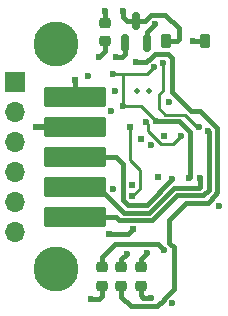
<source format=gbr>
%TF.GenerationSoftware,KiCad,Pcbnew,9.0.5-9.0.5~ubuntu24.04.1*%
%TF.CreationDate,2025-10-22T23:17:40-07:00*%
%TF.ProjectId,mag-encoder,6d61672d-656e-4636-9f64-65722e6b6963,1*%
%TF.SameCoordinates,Original*%
%TF.FileFunction,Copper,L1,Top*%
%TF.FilePolarity,Positive*%
%FSLAX46Y46*%
G04 Gerber Fmt 4.6, Leading zero omitted, Abs format (unit mm)*
G04 Created by KiCad (PCBNEW 9.0.5-9.0.5~ubuntu24.04.1) date 2025-10-22 23:17:40*
%MOMM*%
%LPD*%
G01*
G04 APERTURE LIST*
G04 Aperture macros list*
%AMRoundRect*
0 Rectangle with rounded corners*
0 $1 Rounding radius*
0 $2 $3 $4 $5 $6 $7 $8 $9 X,Y pos of 4 corners*
0 Add a 4 corners polygon primitive as box body*
4,1,4,$2,$3,$4,$5,$6,$7,$8,$9,$2,$3,0*
0 Add four circle primitives for the rounded corners*
1,1,$1+$1,$2,$3*
1,1,$1+$1,$4,$5*
1,1,$1+$1,$6,$7*
1,1,$1+$1,$8,$9*
0 Add four rect primitives between the rounded corners*
20,1,$1+$1,$2,$3,$4,$5,0*
20,1,$1+$1,$4,$5,$6,$7,0*
20,1,$1+$1,$6,$7,$8,$9,0*
20,1,$1+$1,$8,$9,$2,$3,0*%
G04 Aperture macros list end*
%TA.AperFunction,ComponentPad*%
%ADD10C,3.810000*%
%TD*%
%TA.AperFunction,SMDPad,CuDef*%
%ADD11RoundRect,0.218750X-0.256250X0.218750X-0.256250X-0.218750X0.256250X-0.218750X0.256250X0.218750X0*%
%TD*%
%TA.AperFunction,SMDPad,CuDef*%
%ADD12RoundRect,0.218750X0.256250X-0.218750X0.256250X0.218750X-0.256250X0.218750X-0.256250X-0.218750X0*%
%TD*%
%TA.AperFunction,SMDPad,CuDef*%
%ADD13RoundRect,0.150000X0.150000X-0.587500X0.150000X0.587500X-0.150000X0.587500X-0.150000X-0.587500X0*%
%TD*%
%TA.AperFunction,SMDPad,CuDef*%
%ADD14RoundRect,0.121324X2.543676X-0.703676X2.543676X0.703676X-2.543676X0.703676X-2.543676X-0.703676X0*%
%TD*%
%TA.AperFunction,ComponentPad*%
%ADD15R,1.700000X1.700000*%
%TD*%
%TA.AperFunction,ComponentPad*%
%ADD16O,1.700000X1.700000*%
%TD*%
%TA.AperFunction,SMDPad,CuDef*%
%ADD17RoundRect,0.225000X-0.225000X-0.375000X0.225000X-0.375000X0.225000X0.375000X-0.225000X0.375000X0*%
%TD*%
%TA.AperFunction,ViaPad*%
%ADD18C,0.600000*%
%TD*%
%TA.AperFunction,ViaPad*%
%ADD19C,0.609600*%
%TD*%
%TA.AperFunction,ViaPad*%
%ADD20C,0.500000*%
%TD*%
%TA.AperFunction,Conductor*%
%ADD21C,0.381000*%
%TD*%
%TA.AperFunction,Conductor*%
%ADD22C,0.508000*%
%TD*%
%TA.AperFunction,Conductor*%
%ADD23C,0.254000*%
%TD*%
G04 APERTURE END LIST*
D10*
%TO.P,H1,*%
%TO.N,*%
X224840800Y-114046000D03*
%TD*%
D11*
%TO.P,D1,1,K*%
%TO.N,Net-(D1-K)*%
X228981000Y-112242500D03*
%TO.P,D1,2,A*%
%TO.N,+3.3V*%
X228981000Y-113817500D03*
%TD*%
D12*
%TO.P,D2,1,K*%
%TO.N,GND*%
X228727000Y-134518500D03*
%TO.P,D2,2,A*%
%TO.N,Net-(D2-A)*%
X228727000Y-132943500D03*
%TD*%
D13*
%TO.P,U1,1,GND*%
%TO.N,GND*%
X230647200Y-113967500D03*
%TO.P,U1,2,V_{OUT}*%
%TO.N,+3.3V*%
X232547200Y-113967500D03*
%TO.P,U1,3,V_{IN}*%
%TO.N,+5V*%
X231597200Y-112092500D03*
%TD*%
D14*
%TO.P,J2,1,Pin_1*%
%TO.N,GND*%
X226487800Y-118491000D03*
%TO.P,J2,2,Pin_2*%
%TO.N,+5V_IN*%
X226487800Y-121031000D03*
%TO.P,J2,3,Pin_3*%
%TO.N,/A*%
X226487800Y-123571000D03*
%TO.P,J2,4,Pin_4*%
%TO.N,/B*%
X226487800Y-126111000D03*
%TO.P,J2,5,Pin_5*%
%TO.N,/PWM*%
X226487800Y-128651000D03*
%TD*%
D12*
%TO.P,D3,1,K*%
%TO.N,Net-(D3-K)*%
X230378000Y-134518500D03*
%TO.P,D3,2,A*%
%TO.N,Net-(D3-A)*%
X230378000Y-132943500D03*
%TD*%
D15*
%TO.P,J1,1,Pin_1*%
%TO.N,GND*%
X221411800Y-117221000D03*
D16*
%TO.P,J1,2,Pin_2*%
%TO.N,+3.3V*%
X221411800Y-119761000D03*
%TO.P,J1,3,Pin_3*%
%TO.N,/CS*%
X221411800Y-122301000D03*
%TO.P,J1,4,Pin_4*%
%TO.N,/MOSI*%
X221411800Y-124841000D03*
%TO.P,J1,5,Pin_5*%
%TO.N,/MISO*%
X221411800Y-127381000D03*
%TO.P,J1,6,Pin_6*%
%TO.N,/SCLK*%
X221411800Y-129921000D03*
%TD*%
D17*
%TO.P,D5,1,K*%
%TO.N,+5V*%
X234189000Y-113792000D03*
%TO.P,D5,2,A*%
%TO.N,+5V_IN*%
X237489000Y-113792000D03*
%TD*%
D12*
%TO.P,D4,1,K*%
%TO.N,GND*%
X232029000Y-134518500D03*
%TO.P,D4,2,A*%
%TO.N,Net-(D4-A)*%
X232029000Y-132943500D03*
%TD*%
D10*
%TO.P,H2,*%
%TO.N,*%
X224840800Y-133096000D03*
%TD*%
D18*
%TO.N,+3.3V*%
X234696000Y-135939583D03*
X233248200Y-112344200D03*
D19*
X233464100Y-125260100D03*
X231317800Y-125984000D03*
D18*
X229857300Y-118021100D03*
X228463539Y-115122261D03*
%TO.N,GND*%
X229946200Y-115112800D03*
D19*
X226466400Y-117068600D03*
X232003600Y-122097800D03*
D18*
X227838000Y-135661400D03*
X234443344Y-118992046D03*
D20*
X232706800Y-118059200D03*
D18*
X232867200Y-135509000D03*
D20*
X231706800Y-118059200D03*
D18*
X238658400Y-127762000D03*
D19*
X233984800Y-121793000D03*
D18*
%TO.N,+5V*%
X230530400Y-111226600D03*
%TO.N,Net-(D4-A)*%
X232511600Y-131724400D03*
%TO.N,Net-(D1-K)*%
X228981000Y-111226600D03*
%TO.N,Net-(D3-A)*%
X230835200Y-131826000D03*
%TO.N,+5V_IN*%
X236474000Y-113792000D03*
X223139000Y-121031000D03*
%TO.N,Net-(C1-Pad1)*%
X229692200Y-116586000D03*
X233150883Y-115950999D03*
X233274839Y-120568637D03*
X230505000Y-119257800D03*
X236082570Y-125386858D03*
%TO.N,/A*%
X234645200Y-125501400D03*
%TO.N,/B*%
X237032800Y-125425200D03*
%TO.N,/PWM*%
X237744000Y-121437400D03*
%TO.N,Net-(D2-A)*%
X233984800Y-131449800D03*
%TO.N,Net-(D3-K)*%
X231622600Y-115595400D03*
D19*
%TO.N,Net-(U3-MGH)*%
X229368646Y-130086100D03*
D18*
X227545900Y-116776500D03*
D19*
X231343200Y-129692400D03*
%TO.N,/MISO*%
X231123451Y-121098347D03*
X231278250Y-126904864D03*
D18*
%TO.N,Net-(U3-A)*%
X229539800Y-119710200D03*
X229694099Y-126321418D03*
%TO.N,Net-(U3-PWM)*%
X232909286Y-122614514D03*
X236971960Y-121066440D03*
X233920500Y-115611177D03*
%TO.N,Net-(R3-Pad1)*%
X235458000Y-121793000D03*
X232435400Y-120624600D03*
%TD*%
D21*
%TO.N,+3.3V*%
X232537000Y-113055400D02*
X232537000Y-113957300D01*
X228981000Y-114604800D02*
X228981000Y-113817500D01*
X228463539Y-115122261D02*
X228981000Y-114604800D01*
X232537000Y-113957300D02*
X232547200Y-113967500D01*
X233248200Y-112344200D02*
X232537000Y-113055400D01*
%TO.N,GND*%
X232029000Y-134518500D02*
X232029000Y-135331200D01*
X232029000Y-135331200D02*
X232206800Y-135509000D01*
X230647200Y-114919800D02*
X230647200Y-113967500D01*
X228473000Y-135661400D02*
X228727000Y-135407400D01*
X228727000Y-135407400D02*
X228727000Y-134518500D01*
X232206800Y-135509000D02*
X232867200Y-135509000D01*
X230454200Y-115112800D02*
X230647200Y-114919800D01*
X226466400Y-117356000D02*
X226487800Y-117377400D01*
X226487800Y-117377400D02*
X226487800Y-118491000D01*
X227838000Y-135661400D02*
X228473000Y-135661400D01*
X226466400Y-117068600D02*
X226466400Y-117356000D01*
X229946200Y-115112800D02*
X230454200Y-115112800D01*
%TO.N,+5V*%
X232892600Y-111582200D02*
X232382300Y-112092500D01*
X231597200Y-112092500D02*
X230888300Y-112092500D01*
X234189000Y-113792000D02*
X235051600Y-113792000D01*
X230530400Y-111734600D02*
X230530400Y-111226600D01*
X230888300Y-112092500D02*
X230530400Y-111734600D01*
X235229400Y-112699800D02*
X234111800Y-111582200D01*
X235229400Y-113614200D02*
X235229400Y-112699800D01*
X232382300Y-112092500D02*
X231597200Y-112092500D01*
X234111800Y-111582200D02*
X232892600Y-111582200D01*
X235051600Y-113792000D02*
X235229400Y-113614200D01*
%TO.N,Net-(D4-A)*%
X232029000Y-132207000D02*
X232029000Y-132943500D01*
X232511600Y-131724400D02*
X232029000Y-132207000D01*
%TO.N,Net-(D1-K)*%
X228981000Y-112242500D02*
X228981000Y-111226600D01*
%TO.N,Net-(D3-A)*%
X230835200Y-131826000D02*
X230378000Y-132283200D01*
X230378000Y-132283200D02*
X230378000Y-132943500D01*
D22*
%TO.N,+5V_IN*%
X226487800Y-121031000D02*
X223139000Y-121031000D01*
D21*
X237489000Y-113792000D02*
X236474000Y-113792000D01*
D23*
%TO.N,Net-(C1-Pad1)*%
X232013719Y-119257800D02*
X233274839Y-120518920D01*
X230530400Y-119232400D02*
X230530400Y-116586000D01*
X232515882Y-116586000D02*
X230530400Y-116586000D01*
D21*
X236189800Y-125279628D02*
X236189800Y-121489878D01*
X236082570Y-125386858D02*
X236189800Y-125279628D01*
D23*
X233150883Y-115950999D02*
X232515882Y-116586000D01*
X230505000Y-119257800D02*
X232013719Y-119257800D01*
D21*
X235268559Y-120568637D02*
X233274839Y-120568637D01*
D23*
X233274839Y-120518920D02*
X233274839Y-120568637D01*
X230505000Y-119257800D02*
X230530400Y-119232400D01*
X229692200Y-116586000D02*
X230530400Y-116586000D01*
D21*
X236189800Y-121489878D02*
X235268559Y-120568637D01*
%TO.N,/A*%
X230541650Y-124217250D02*
X229895400Y-123571000D01*
X230541650Y-127209974D02*
X230541650Y-124217250D01*
X232505136Y-127641464D02*
X230973140Y-127641464D01*
X229895400Y-123571000D02*
X226487800Y-123571000D01*
X234645200Y-125501400D02*
X232505136Y-127641464D01*
X230973140Y-127641464D02*
X230541650Y-127209974D01*
%TO.N,/B*%
X236956600Y-126238000D02*
X234823000Y-126238000D01*
X228422200Y-126111000D02*
X226487800Y-126111000D01*
X232752900Y-128308100D02*
X230619300Y-128308100D01*
X230619300Y-128308100D02*
X228422200Y-126111000D01*
X237032800Y-126161800D02*
X236956600Y-126238000D01*
X237032800Y-125425200D02*
X237032800Y-126161800D01*
X234823000Y-126238000D02*
X232752900Y-128308100D01*
%TO.N,/PWM*%
X237324900Y-126860300D02*
X235080766Y-126860300D01*
X235080766Y-126860300D02*
X233010666Y-128930400D01*
X226767200Y-128930400D02*
X226487800Y-128651000D01*
X233010666Y-128930400D02*
X230174800Y-128930400D01*
X237744000Y-121437400D02*
X237764600Y-121458000D01*
X237764600Y-121458000D02*
X237764600Y-126420600D01*
X237764600Y-126420600D02*
X237324900Y-126860300D01*
X229895400Y-128651000D02*
X226487800Y-128651000D01*
X230174800Y-128930400D02*
X229895400Y-128651000D01*
%TO.N,Net-(D2-A)*%
X228727000Y-132080000D02*
X228727000Y-132943500D01*
X229870000Y-130937000D02*
X228727000Y-132080000D01*
X233472000Y-130937000D02*
X229870000Y-130937000D01*
X233984800Y-131449800D02*
X233472000Y-130937000D01*
%TO.N,Net-(D3-K)*%
X234438417Y-135207783D02*
X234823000Y-134823200D01*
X237065368Y-119723846D02*
X236233646Y-119723846D01*
X232859947Y-115219199D02*
X232847761Y-115219199D01*
X230378000Y-135432800D02*
X231186000Y-136240800D01*
X234823000Y-131253078D02*
X234442000Y-130872078D01*
X234652300Y-118142500D02*
X234652300Y-115194120D01*
X234392878Y-135207783D02*
X234438417Y-135207783D01*
X234442000Y-130872078D02*
X234442000Y-128905000D01*
X234442000Y-128905000D02*
X235864400Y-127482600D01*
X238475800Y-126589466D02*
X238475800Y-121134278D01*
X230378000Y-134518500D02*
X230378000Y-135432800D01*
X233964200Y-135636461D02*
X234392878Y-135207783D01*
X234337557Y-114879377D02*
X233199769Y-114879377D01*
X238429800Y-126635466D02*
X238475800Y-126589466D01*
X237672600Y-127482600D02*
X238429800Y-126725400D01*
X234652300Y-115194120D02*
X234337557Y-114879377D01*
X231186000Y-136240800D02*
X233405400Y-136240800D01*
X235864400Y-127482600D02*
X237672600Y-127482600D01*
X232847761Y-115219199D02*
X232471560Y-115595400D01*
X232471560Y-115595400D02*
X231622600Y-115595400D01*
X236233646Y-119723846D02*
X234652300Y-118142500D01*
X238429800Y-126725400D02*
X238429800Y-126635466D01*
X233405400Y-136240800D02*
X233964200Y-135682000D01*
X234823000Y-134823200D02*
X234823000Y-131253078D01*
X233964200Y-135682000D02*
X233964200Y-135636461D01*
X233199769Y-114879377D02*
X232859947Y-115219199D01*
X238475800Y-121134278D02*
X237065368Y-119723846D01*
%TO.N,Net-(U3-MGH)*%
X231343200Y-129692400D02*
X230949500Y-130086100D01*
X230949500Y-130086100D02*
X229368646Y-130086100D01*
D23*
%TO.N,/MISO*%
X231278250Y-126904864D02*
X231348844Y-126904864D01*
X231348844Y-126904864D02*
X231990900Y-126262808D01*
X231990900Y-126262808D02*
X231990900Y-124701300D01*
X231990900Y-124701300D02*
X231140000Y-123850400D01*
X231140000Y-121114896D02*
X231123451Y-121098347D01*
X231140000Y-123850400D02*
X231140000Y-121114896D01*
%TO.N,Net-(U3-PWM)*%
X234055837Y-120009837D02*
X235729374Y-120009837D01*
X235729374Y-120009837D02*
X236785977Y-121066440D01*
X236785977Y-121066440D02*
X236971960Y-121066440D01*
X233527600Y-118333135D02*
X233527600Y-119481600D01*
X233920500Y-115611177D02*
X233920500Y-117940235D01*
X233920500Y-117940235D02*
X233527600Y-118333135D01*
X233527600Y-119481600D02*
X234055837Y-120009837D01*
%TO.N,Net-(R3-Pad1)*%
X234784900Y-122466100D02*
X235458000Y-121793000D01*
X232435400Y-120624600D02*
X232606539Y-120795739D01*
X232606539Y-120795739D02*
X232606539Y-121366647D01*
X232606539Y-121366647D02*
X233705992Y-122466100D01*
X233705992Y-122466100D02*
X234784900Y-122466100D01*
%TD*%
M02*

</source>
